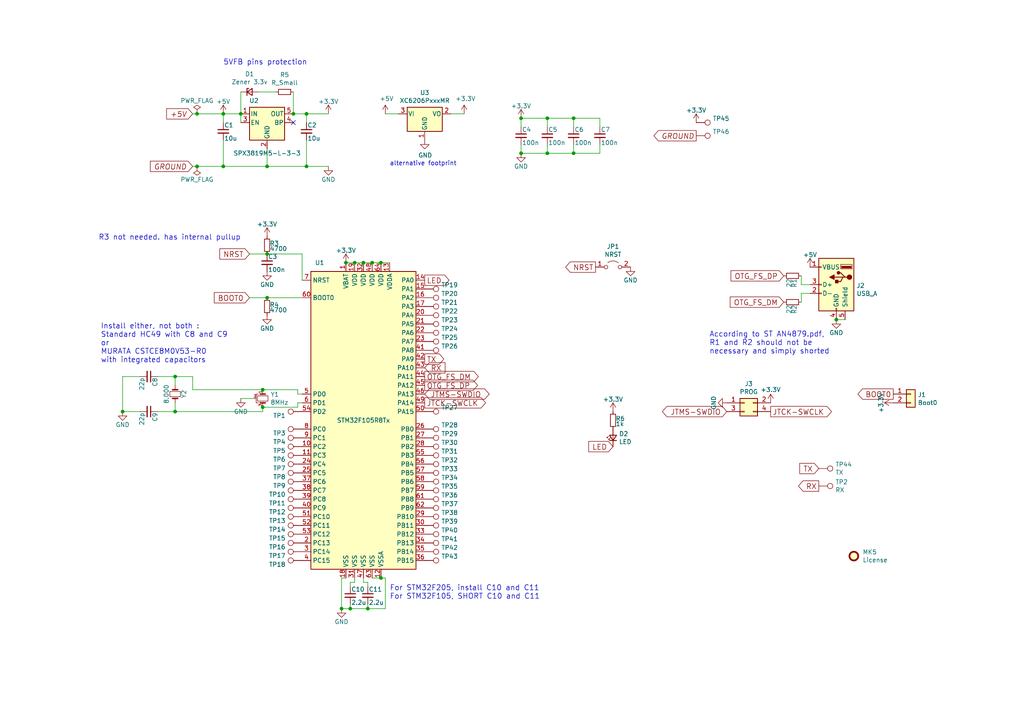
<source format=kicad_sch>
(kicad_sch (version 20211123) (generator eeschema)
  (paper "A4")
  (title_block (title "USB Amiga Keyboard adapter") (date "2019-12-20") (rev "0.1") (company "FLACO 2019, licence of this schematic is CC-BY-NC-SA") (comment 1 "Connect a USB keyboard to an internal or external amiga keyboard connector") (comment 2 "Support for A500 reset signal, KCLK reset, and reset warning") (comment 4 "Warning : no electrical protection. Change connections while powered off and beware of ESD"))
  (lib_symbols
    (symbol "Connector:TestPoint" (pin_numbers hide) (pin_names (offset 0.762) hide)
      (property "Reference" "TP" (at 0 6.858 0))
      (property "Value" "TestPoint" (at 0 5.08 0))
      (symbol "TestPoint_0_1"
        (circle (center 0 3.302) (radius 0.762))
      )
      (symbol "TestPoint_1_1"
        (pin passive line (at 0 0 90) (length 2.54) (name "1") (number "1"))
      )
    )
    (symbol "Connector:USB_A" (pin_names (offset 1.016))
      (property "Reference" "J" (at -5.08 11.43 0))
      (property "Value" "USB_A" (at -5.08 8.89 0))
      (symbol "USB_A_0_1"
        (rectangle (start -5.08 -7.62) (end 5.08 7.62) (stroke (width 0.254)) (fill (type background)))
        (circle (center -3.81 2.159) (radius 0.635) (stroke (width 0.254)) (fill (type outline)))
        (rectangle (start -1.524 4.826) (end -4.318 5.334) (fill (type outline)))
        (rectangle (start -1.27 4.572) (end -4.572 5.842))
        (circle (center -0.635 3.429) (radius 0.381) (stroke (width 0.254)) (fill (type outline)))
        (rectangle (start -0.127 -7.62) (end 0.127 -6.858))
        (polyline (pts (xy -3.175 2.159) (xy -2.54 2.159) (xy -1.27 3.429) (xy -0.635 3.429)) (stroke (width 0.254)))
        (polyline (pts (xy -2.54 2.159) (xy -1.905 2.159) (xy -1.27 0.889) (xy 0 0.889)) (stroke (width 0.254)))
        (polyline (pts (xy 0.635 2.794) (xy 0.635 1.524) (xy 1.905 2.159) (xy 0.635 2.794)) (stroke (width 0.254)) (fill (type outline)))
        (rectangle (start 0.254 1.27) (end -0.508 0.508) (stroke (width 0.254)) (fill (type outline)))
        (rectangle (start 5.08 -2.667) (end 4.318 -2.413))
        (rectangle (start 5.08 -0.127) (end 4.318 0.127))
        (rectangle (start 5.08 4.953) (end 4.318 5.207))
      )
      (symbol "USB_A_1_1"
        (polyline (pts (xy -1.905 2.159) (xy 0.635 2.159)) (stroke (width 0.254)))
        (pin power_in line (at 7.62 5.08 180) (length 2.54) (name "VBUS") (number "1"))
        (pin bidirectional line (at 7.62 -2.54 180) (length 2.54) (name "D-") (number "2"))
        (pin bidirectional line (at 7.62 0 180) (length 2.54) (name "D+") (number "3"))
        (pin power_in line (at 0 -10.16 90) (length 2.54) (name "GND") (number "4"))
        (pin passive line (at -2.54 -10.16 90) (length 2.54) (name "Shield") (number "5"))
      )
    )
    (symbol "Connector_Generic:Conn_01x02" (pin_names (offset 1.016) hide)
      (property "Reference" "J" (at 0 2.54 0))
      (property "Value" "Conn_01x02" (at 0 -5.08 0))
      (symbol "Conn_01x02_1_1"
        (rectangle (start -1.27 -2.413) (end 0 -2.667) (stroke (width 0.1524)))
        (rectangle (start -1.27 0.127) (end 0 -0.127) (stroke (width 0.1524)))
        (rectangle (start -1.27 1.27) (end 1.27 -3.81) (stroke (width 0.254)) (fill (type background)))
        (pin passive line (at -5.08 0 0) (length 3.81) (name "Pin_1") (number "1"))
        (pin passive line (at -5.08 -2.54 0) (length 3.81) (name "Pin_2") (number "2"))
      )
    )
    (symbol "Connector_Generic:Conn_02x02_Odd_Even" (pin_names (offset 1.016) hide)
      (property "Reference" "J" (at 1.27 2.54 0))
      (property "Value" "Conn_02x02_Odd_Even" (at 1.27 -5.08 0))
      (symbol "Conn_02x02_Odd_Even_1_1"
        (rectangle (start -1.27 -2.413) (end 0 -2.667) (stroke (width 0.1524)))
        (rectangle (start -1.27 0.127) (end 0 -0.127) (stroke (width 0.1524)))
        (rectangle (start -1.27 1.27) (end 3.81 -3.81) (stroke (width 0.254)) (fill (type background)))
        (rectangle (start 3.81 -2.413) (end 2.54 -2.667) (stroke (width 0.1524)))
        (rectangle (start 3.81 0.127) (end 2.54 -0.127) (stroke (width 0.1524)))
        (pin passive line (at -5.08 0 0) (length 3.81) (name "Pin_1") (number "1"))
        (pin passive line (at 7.62 0 180) (length 3.81) (name "Pin_2") (number "2"))
        (pin passive line (at -5.08 -2.54 0) (length 3.81) (name "Pin_3") (number "3"))
        (pin passive line (at 7.62 -2.54 180) (length 3.81) (name "Pin_4") (number "4"))
      )
    )
    (symbol "Device:C_Small" (pin_numbers hide) (pin_names (offset 0.254) hide)
      (property "Reference" "C" (at 0.254 1.778 0))
      (property "Value" "C_Small" (at 0.254 -2.032 0))
      (symbol "C_Small_0_1"
        (polyline (pts (xy -1.524 -0.508) (xy 1.524 -0.508)) (stroke (width 0.3302)))
        (polyline (pts (xy -1.524 0.508) (xy 1.524 0.508)) (stroke (width 0.3048)))
      )
      (symbol "C_Small_1_1"
        (pin passive line (at 0 2.54 270) (length 2.032) (name "~") (number "1"))
        (pin passive line (at 0 -2.54 90) (length 2.032) (name "~") (number "2"))
      )
    )
    (symbol "Device:Crystal_GND2_Small" (pin_names (offset 1.016) hide)
      (property "Reference" "Y" (at 0 5.08 0))
      (property "Value" "Crystal_GND2_Small" (at 0 3.175 0))
      (symbol "Crystal_GND2_Small_0_1"
        (rectangle (start -0.762 -1.524) (end 0.762 1.524))
        (polyline (pts (xy -1.27 -0.762) (xy -1.27 0.762)) (stroke (width 0.381)))
        (polyline (pts (xy 1.27 -0.762) (xy 1.27 0.762)) (stroke (width 0.381)))
        (polyline (pts (xy -1.27 -1.27) (xy -1.27 -1.905) (xy 1.27 -1.905) (xy 1.27 -1.27)))
      )
      (symbol "Crystal_GND2_Small_1_1"
        (pin passive line (at -2.54 0 0) (length 1.27) (name "1") (number "1"))
        (pin passive line (at 0 -2.54 90) (length 0.635) (name "2") (number "2"))
        (pin passive line (at 2.54 0 180) (length 1.27) (name "3") (number "3"))
      )
    )
    (symbol "Device:Crystal_Small" (pin_numbers hide) (pin_names (offset 1.016) hide)
      (property "Reference" "Y" (at 0 2.54 0))
      (property "Value" "Crystal_Small" (at 0 -2.54 0))
      (symbol "Crystal_Small_0_1"
        (rectangle (start -0.762 -1.524) (end 0.762 1.524))
        (polyline (pts (xy -1.27 -0.762) (xy -1.27 0.762)) (stroke (width 0.381)))
        (polyline (pts (xy 1.27 -0.762) (xy 1.27 0.762)) (stroke (width 0.381)))
      )
      (symbol "Crystal_Small_1_1"
        (pin passive line (at -2.54 0 0) (length 1.27) (name "1") (number "1"))
        (pin passive line (at 2.54 0 180) (length 1.27) (name "2") (number "2"))
      )
    )
    (symbol "Device:D_Zener_Small" (pin_numbers hide) (pin_names (offset 0.254) hide)
      (property "Reference" "D" (at 0 2.286 0))
      (property "Value" "D_Zener_Small" (at 0 -2.286 0))
      (symbol "D_Zener_Small_0_1"
        (polyline (pts (xy 0.762 0) (xy -0.762 0)))
        (polyline (pts (xy -0.254 1.016) (xy -0.762 1.016) (xy -0.762 -1.016)) (stroke (width 0.254)))
        (polyline (pts (xy 0.762 1.016) (xy -0.762 0) (xy 0.762 -1.016) (xy 0.762 1.016)) (stroke (width 0.254)))
      )
      (symbol "D_Zener_Small_1_1"
        (pin passive line (at -2.54 0 0) (length 1.778) (name "K") (number "1"))
        (pin passive line (at 2.54 0 180) (length 1.778) (name "A") (number "2"))
      )
    )
    (symbol "Device:LED_Small" (pin_numbers hide) (pin_names (offset 0.254) hide)
      (property "Reference" "D" (at -1.27 3.175 0))
      (property "Value" "LED_Small" (at -4.445 -2.54 0))
      (symbol "LED_Small_0_1"
        (polyline (pts (xy -0.762 -1.016) (xy -0.762 1.016)) (stroke (width 0.254)))
        (polyline (pts (xy 1.016 0) (xy -0.762 0)))
        (polyline (pts (xy 0.762 -1.016) (xy -0.762 0) (xy 0.762 1.016) (xy 0.762 -1.016)) (stroke (width 0.254)))
        (polyline (pts (xy 0 0.762) (xy -0.508 1.27) (xy -0.254 1.27) (xy -0.508 1.27) (xy -0.508 1.016)))
        (polyline (pts (xy 0.508 1.27) (xy 0 1.778) (xy 0.254 1.778) (xy 0 1.778) (xy 0 1.524)))
      )
      (symbol "LED_Small_1_1"
        (pin passive line (at -2.54 0 0) (length 1.778) (name "K") (number "1"))
        (pin passive line (at 2.54 0 180) (length 1.778) (name "A") (number "2"))
      )
    )
    (symbol "Device:R_Small" (pin_numbers hide) (pin_names (offset 0.254) hide)
      (property "Reference" "R" (at 0.762 0.508 0))
      (property "Value" "R_Small" (at 0.762 -1.016 0))
      (symbol "R_Small_0_1"
        (rectangle (start -0.762 1.778) (end 0.762 -1.778) (stroke (width 0.2032)))
      )
      (symbol "R_Small_1_1"
        (pin passive line (at 0 2.54 270) (length 0.762) (name "~") (number "1"))
        (pin passive line (at 0 -2.54 90) (length 0.762) (name "~") (number "2"))
      )
    )
    (symbol "Jumper:Jumper_2_Open" (pin_names (offset 0) hide)
      (property "Reference" "JP" (at 0 2.794 0))
      (property "Value" "Jumper_2_Open" (at 0 -2.286 0))
      (symbol "Jumper_2_Open_0_0"
        (circle (center -2.032 0) (radius 0.508))
        (circle (center 2.032 0) (radius 0.508))
      )
      (symbol "Jumper_2_Open_0_1"
        (arc (start 1.524 1.27) (mid 0 1.778) (end -1.524 1.27))
      )
      (symbol "Jumper_2_Open_1_1"
        (pin passive line (at -5.08 0 0) (length 2.54) (name "A") (number "1"))
        (pin passive line (at 5.08 0 180) (length 2.54) (name "B") (number "2"))
      )
    )
    (symbol "MCU_ST_STM32F1:STM32F105R8Tx"
      (property "Reference" "U" (at -15.24 44.45 0))
      (property "Value" "STM32F105R8Tx" (at 10.16 44.45 0))
      (symbol "STM32F105R8Tx_0_1"
        (rectangle (start -15.24 -43.18) (end 15.24 43.18) (stroke (width 0.254)) (fill (type background)))
      )
      (symbol "STM32F105R8Tx_1_1"
        (pin power_in line (at -5.08 45.72 270) (length 2.54) (name "VBAT") (number "1"))
        (pin bidirectional line (at -17.78 -7.62 0) (length 2.54) (name "PC2") (number "10"))
        (pin bidirectional line (at -17.78 -10.16 0) (length 2.54) (name "PC3") (number "11"))
        (pin power_in line (at 5.08 -45.72 90) (length 2.54) (name "VSSA") (number "12"))
        (pin power_in line (at 7.62 45.72 270) (length 2.54) (name "VDDA") (number "13"))
        (pin bidirectional line (at 17.78 40.64 180) (length 2.54) (name "PA0") (number "14"))
        (pin bidirectional line (at 17.78 38.1 180) (length 2.54) (name "PA1") (number "15"))
        (pin bidirectional line (at 17.78 35.56 180) (length 2.54) (name "PA2") (number "16"))
        (pin bidirectional line (at 17.78 33.02 180) (length 2.54) (name "PA3") (number "17"))
        (pin power_in line (at -5.08 -45.72 90) (length 2.54) (name "VSS") (number "18"))
        (pin power_in line (at -2.54 45.72 270) (length 2.54) (name "VDD") (number "19"))
        (pin bidirectional line (at -17.78 -35.56 0) (length 2.54) (name "PC13") (number "2"))
        (pin bidirectional line (at 17.78 30.48 180) (length 2.54) (name "PA4") (number "20"))
        (pin bidirectional line (at 17.78 27.94 180) (length 2.54) (name "PA5") (number "21"))
        (pin bidirectional line (at 17.78 25.4 180) (length 2.54) (name "PA6") (number "22"))
        (pin bidirectional line (at 17.78 22.86 180) (length 2.54) (name "PA7") (number "23"))
        (pin bidirectional line (at -17.78 -12.7 0) (length 2.54) (name "PC4") (number "24"))
        (pin bidirectional line (at -17.78 -15.24 0) (length 2.54) (name "PC5") (number "25"))
        (pin bidirectional line (at 17.78 -2.54 180) (length 2.54) (name "PB0") (number "26"))
        (pin bidirectional line (at 17.78 -5.08 180) (length 2.54) (name "PB1") (number "27"))
        (pin bidirectional line (at 17.78 -7.62 180) (length 2.54) (name "PB2") (number "28"))
        (pin bidirectional line (at 17.78 -27.94 180) (length 2.54) (name "PB10") (number "29"))
        (pin bidirectional line (at -17.78 -38.1 0) (length 2.54) (name "PC14") (number "3"))
        (pin bidirectional line (at 17.78 -30.48 180) (length 2.54) (name "PB11") (number "30"))
        (pin power_in line (at -2.54 -45.72 90) (length 2.54) (name "VSS") (number "31"))
        (pin power_in line (at 0 45.72 270) (length 2.54) (name "VDD") (number "32"))
        (pin bidirectional line (at 17.78 -33.02 180) (length 2.54) (name "PB12") (number "33"))
        (pin bidirectional line (at 17.78 -35.56 180) (length 2.54) (name "PB13") (number "34"))
        (pin bidirectional line (at 17.78 -38.1 180) (length 2.54) (name "PB14") (number "35"))
        (pin bidirectional line (at 17.78 -40.64 180) (length 2.54) (name "PB15") (number "36"))
        (pin bidirectional line (at -17.78 -17.78 0) (length 2.54) (name "PC6") (number "37"))
        (pin bidirectional line (at -17.78 -20.32 0) (length 2.54) (name "PC7") (number "38"))
        (pin bidirectional line (at -17.78 -22.86 0) (length 2.54) (name "PC8") (number "39"))
        (pin bidirectional line (at -17.78 -40.64 0) (length 2.54) (name "PC15") (number "4"))
        (pin bidirectional line (at -17.78 -25.4 0) (length 2.54) (name "PC9") (number "40"))
        (pin bidirectional line (at 17.78 20.32 180) (length 2.54) (name "PA8") (number "41"))
        (pin bidirectional line (at 17.78 17.78 180) (length 2.54) (name "PA9") (number "42"))
        (pin bidirectional line (at 17.78 15.24 180) (length 2.54) (name "PA10") (number "43"))
        (pin bidirectional line (at 17.78 12.7 180) (length 2.54) (name "PA11") (number "44"))
        (pin bidirectional line (at 17.78 10.16 180) (length 2.54) (name "PA12") (number "45"))
        (pin bidirectional line (at 17.78 7.62 180) (length 2.54) (name "PA13") (number "46"))
        (pin power_in line (at 0 -45.72 90) (length 2.54) (name "VSS") (number "47"))
        (pin power_in line (at 2.54 45.72 270) (length 2.54) (name "VDD") (number "48"))
        (pin bidirectional line (at 17.78 5.08 180) (length 2.54) (name "PA14") (number "49"))
        (pin input line (at -17.78 7.62 0) (length 2.54) (name "PD0") (number "5"))
        (pin bidirectional line (at 17.78 2.54 180) (length 2.54) (name "PA15") (number "50"))
        (pin bidirectional line (at -17.78 -27.94 0) (length 2.54) (name "PC10") (number "51"))
        (pin bidirectional line (at -17.78 -30.48 0) (length 2.54) (name "PC11") (number "52"))
        (pin bidirectional line (at -17.78 -33.02 0) (length 2.54) (name "PC12") (number "53"))
        (pin bidirectional line (at -17.78 2.54 0) (length 2.54) (name "PD2") (number "54"))
        (pin bidirectional line (at 17.78 -10.16 180) (length 2.54) (name "PB3") (number "55"))
        (pin bidirectional line (at 17.78 -12.7 180) (length 2.54) (name "PB4") (number "56"))
        (pin bidirectional line (at 17.78 -15.24 180) (length 2.54) (name "PB5") (number "57"))
        (pin bidirectional line (at 17.78 -17.78 180) (length 2.54) (name "PB6") (number "58"))
        (pin bidirectional line (at 17.78 -20.32 180) (length 2.54) (name "PB7") (number "59"))
        (pin input line (at -17.78 5.08 0) (length 2.54) (name "PD1") (number "6"))
        (pin input line (at -17.78 35.56 0) (length 2.54) (name "BOOT0") (number "60"))
        (pin bidirectional line (at 17.78 -22.86 180) (length 2.54) (name "PB8") (number "61"))
        (pin bidirectional line (at 17.78 -25.4 180) (length 2.54) (name "PB9") (number "62"))
        (pin power_in line (at 2.54 -45.72 90) (length 2.54) (name "VSS") (number "63"))
        (pin power_in line (at 5.08 45.72 270) (length 2.54) (name "VDD") (number "64"))
        (pin input line (at -17.78 40.64 0) (length 2.54) (name "NRST") (number "7"))
        (pin bidirectional line (at -17.78 -2.54 0) (length 2.54) (name "PC0") (number "8"))
        (pin bidirectional line (at -17.78 -5.08 0) (length 2.54) (name "PC1") (number "9"))
      )
    )
    (symbol "Mechanical:Fiducial"
      (property "Reference" "FID" (at 0 5.08 0))
      (property "Value" "Fiducial" (at 0 3.175 0))
      (symbol "Fiducial_0_1"
        (circle (center 0 0) (radius 1.27) (stroke (width 0.508)) (fill (type background)))
      )
    )
    (symbol "Regulator_Linear:SPX3819M5-L-3-3" (pin_names (offset 0.254))
      (property "Reference" "U" (at -3.81 5.715 0))
      (property "Value" "SPX3819M5-L-3-3" (at 0 5.715 0))
      (symbol "SPX3819M5-L-3-3_0_1"
        (rectangle (start -5.08 4.445) (end 5.08 -5.08) (stroke (width 0.254)) (fill (type background)))
      )
      (symbol "SPX3819M5-L-3-3_1_1"
        (pin power_in line (at -7.62 2.54 0) (length 2.54) (name "IN") (number "1"))
        (pin power_in line (at 0 -7.62 90) (length 2.54) (name "GND") (number "2"))
        (pin input line (at -7.62 0 0) (length 2.54) (name "EN") (number "3"))
        (pin input line (at 7.62 0 180) (length 2.54) (name "BP") (number "4"))
        (pin power_out line (at 7.62 2.54 180) (length 2.54) (name "OUT") (number "5"))
      )
    )
    (symbol "Regulator_Linear:XC6206PxxxMR" (pin_names (offset 0.254))
      (property "Reference" "U" (at -3.81 3.175 0))
      (property "Value" "XC6206PxxxMR" (at 0 3.175 0))
      (symbol "XC6206PxxxMR_0_1"
        (rectangle (start -5.08 1.905) (end 5.08 -5.08) (stroke (width 0.254)) (fill (type background)))
      )
      (symbol "XC6206PxxxMR_1_1"
        (pin power_in line (at 0 -7.62 90) (length 2.54) (name "GND") (number "1"))
        (pin power_out line (at 7.62 0 180) (length 2.54) (name "VO") (number "2"))
        (pin power_in line (at -7.62 0 0) (length 2.54) (name "VI") (number "3"))
      )
    )
    (symbol "power:+3.3V" (power) (pin_names (offset 0))
      (property "Value" "+3.3V" (at 0 3.556 0))
      (symbol "+3.3V_0_1"
        (polyline (pts (xy -0.762 1.27) (xy 0 2.54)))
        (polyline (pts (xy 0 0) (xy 0 2.54)))
        (polyline (pts (xy 0 2.54) (xy 0.762 1.27)))
      )
      (symbol "+3.3V_1_1"
        (pin power_in line (at 0 0 90) (length 0) hide (name "+3.3V") (number "1"))
      )
    )
    (symbol "power:+5V" (power) (pin_names (offset 0))
      (property "Value" "+5V" (at 0 3.556 0))
      (symbol "+5V_0_1"
        (polyline (pts (xy -0.762 1.27) (xy 0 2.54)))
        (polyline (pts (xy 0 0) (xy 0 2.54)))
        (polyline (pts (xy 0 2.54) (xy 0.762 1.27)))
      )
      (symbol "+5V_1_1"
        (pin power_in line (at 0 0 90) (length 0) hide (name "+5V") (number "1"))
      )
    )
    (symbol "power:GND" (power) (pin_names (offset 0))
      (property "Value" "GND" (at 0 -3.81 0))
      (symbol "GND_0_1"
        (polyline (pts (xy 0 0) (xy 0 -1.27) (xy 1.27 -1.27) (xy 0 -2.54) (xy -1.27 -1.27) (xy 0 -1.27)))
      )
      (symbol "GND_1_1"
        (pin power_in line (at 0 0 270) (length 0) hide (name "GND") (number "1"))
      )
    )
    (symbol "power:PWR_FLAG" (power) (pin_numbers hide) (pin_names (offset 0) hide)
      (property "Value" "PWR_FLAG" (at 0 3.81 0))
      (symbol "PWR_FLAG_0_0"
        (pin power_out line (at 0 0 90) (length 0) (name "pwr") (number "1"))
      )
      (symbol "PWR_FLAG_0_1"
        (polyline (pts (xy 0 0) (xy 0 1.27) (xy -1.016 1.905) (xy 0 2.54) (xy 1.016 1.905) (xy 0 1.27)))
      )
    )
  )
  (junction (at 85.09 33.02))
  (junction (at 64.77 33.02))
  (junction (at 158.75 34.29))
  (junction (at 166.37 44.45))
  (junction (at 242.57 92.71))
  (junction (at 88.9 48.26))
  (junction (at 100.33 76.2))
  (junction (at 69.85 33.02))
  (junction (at 102.87 76.2))
  (junction (at 99.06 176.53))
  (junction (at 77.47 73.66))
  (junction (at 57.15 48.26))
  (junction (at 76.2 113.03))
  (junction (at 77.47 48.26))
  (junction (at 76.2 118.11))
  (junction (at 110.49 76.2))
  (junction (at 101.6 176.53))
  (junction (at 35.56 119.38))
  (junction (at 110.49 167.64))
  (junction (at 50.8 109.22))
  (junction (at 151.13 34.29))
  (junction (at 50.8 119.38))
  (junction (at 151.13 44.45))
  (junction (at 158.75 44.45))
  (junction (at 166.37 34.29))
  (junction (at 77.47 86.36))
  (junction (at 88.9 33.02))
  (junction (at 106.68 176.53))
  (junction (at 107.95 76.2))
  (junction (at 57.15 33.02))
  (junction (at 105.41 76.2))
  (junction (at 64.77 48.26))
  (no_connect (at 85.09 35.56))
  (wire (pts (xy 100.33 76.2) (xy 102.87 76.2)))
  (wire (pts (xy 72.39 73.66) (xy 77.47 73.66)))
  (wire (pts (xy 99.06 167.64) (xy 99.06 176.53)))
  (wire (pts (xy 101.6 176.53) (xy 99.06 176.53)))
  (wire (pts (xy 35.56 119.38) (xy 40.64 119.38)))
  (wire (pts (xy 69.85 33.02) (xy 69.85 35.56)))
  (wire (pts (xy 55.88 113.03) (xy 76.2 113.03)))
  (wire (pts (xy 76.2 113.03) (xy 86.36 113.03)))
  (wire (pts (xy 86.36 114.3) (xy 87.63 114.3)))
  (wire (pts (xy 73.66 115.57) (xy 69.85 115.57)))
  (wire (pts (xy 76.2 118.11) (xy 86.36 118.11)))
  (wire (pts (xy 88.9 33.02) (xy 95.25 33.02)))
  (wire (pts (xy 111.76 33.02) (xy 115.57 33.02)))
  (wire (pts (xy 102.87 168.91) (xy 102.87 167.64)))
  (wire (pts (xy 88.9 48.26) (xy 95.25 48.26)))
  (wire (pts (xy 77.47 48.26) (xy 88.9 48.26)))
  (wire (pts (xy 151.13 34.29) (xy 158.75 34.29)))
  (wire (pts (xy 105.41 168.91) (xy 106.68 168.91)))
  (wire (pts (xy 57.15 33.02) (xy 55.88 33.02)))
  (wire (pts (xy 45.72 119.38) (xy 50.8 119.38)))
  (wire (pts (xy 85.09 26.67) (xy 85.09 33.02)))
  (wire (pts (xy 106.68 176.53) (xy 101.6 176.53)))
  (wire (pts (xy 57.15 33.02) (xy 64.77 33.02)))
  (wire (pts (xy 64.77 33.02) (xy 69.85 33.02)))
  (wire (pts (xy 151.13 44.45) (xy 158.75 44.45)))
  (wire (pts (xy 151.13 36.83) (xy 151.13 34.29)))
  (wire (pts (xy 85.09 33.02) (xy 88.9 33.02)))
  (wire (pts (xy 106.68 168.91) (xy 106.68 170.18)))
  (wire (pts (xy 166.37 44.45) (xy 173.99 44.45)))
  (wire (pts (xy 74.93 26.67) (xy 80.01 26.67)))
  (wire (pts (xy 245.11 92.71) (xy 242.57 92.71)))
  (wire (pts (xy 55.88 109.22) (xy 55.88 113.03)))
  (wire (pts (xy 57.15 48.26) (xy 55.88 48.26)))
  (wire (pts (xy 35.56 109.22) (xy 35.56 119.38)))
  (wire (pts (xy 72.39 86.36) (xy 77.47 86.36)))
  (wire (pts (xy 50.8 119.38) (xy 76.2 119.38)))
  (wire (pts (xy 100.33 167.64) (xy 99.06 167.64)))
  (wire (pts (xy 158.75 34.29) (xy 158.75 36.83)))
  (wire (pts (xy 101.6 170.18) (xy 101.6 168.91)))
  (wire (pts (xy 50.8 109.22) (xy 55.88 109.22)))
  (wire (pts (xy 173.99 44.45) (xy 173.99 41.91)))
  (wire (pts (xy 86.36 113.03) (xy 86.36 114.3)))
  (wire (pts (xy 88.9 35.56) (xy 88.9 33.02)))
  (wire (pts (xy 106.68 175.26) (xy 106.68 176.53)))
  (wire (pts (xy 76.2 119.38) (xy 76.2 118.11)))
  (wire (pts (xy 101.6 168.91) (xy 102.87 168.91)))
  (wire (pts (xy 64.77 48.26) (xy 64.77 40.64)))
  (wire (pts (xy 232.41 82.55) (xy 234.95 82.55)))
  (wire (pts (xy 232.41 85.09) (xy 234.95 85.09)))
  (wire (pts (xy 110.49 76.2) (xy 113.03 76.2)))
  (wire (pts (xy 158.75 44.45) (xy 166.37 44.45)))
  (wire (pts (xy 45.72 109.22) (xy 50.8 109.22)))
  (wire (pts (xy 57.15 48.26) (xy 64.77 48.26)))
  (wire (pts (xy 158.75 34.29) (xy 166.37 34.29)))
  (wire (pts (xy 86.36 116.84) (xy 87.63 116.84)))
  (wire (pts (xy 166.37 34.29) (xy 166.37 36.83)))
  (wire (pts (xy 40.64 109.22) (xy 35.56 109.22)))
  (wire (pts (xy 50.8 116.84) (xy 50.8 119.38)))
  (wire (pts (xy 111.76 167.64) (xy 111.76 176.53)))
  (wire (pts (xy 107.95 76.2) (xy 110.49 76.2)))
  (wire (pts (xy 64.77 33.02) (xy 64.77 35.56)))
  (wire (pts (xy 158.75 41.91) (xy 158.75 44.45)))
  (wire (pts (xy 101.6 175.26) (xy 101.6 176.53)))
  (wire (pts (xy 86.36 118.11) (xy 86.36 116.84)))
  (wire (pts (xy 77.47 86.36) (xy 87.63 86.36)))
  (wire (pts (xy 88.9 40.64) (xy 88.9 48.26)))
  (wire (pts (xy 87.63 73.66) (xy 87.63 81.28)))
  (wire (pts (xy 232.41 87.63) (xy 232.41 85.09)))
  (wire (pts (xy 166.37 44.45) (xy 166.37 41.91)))
  (wire (pts (xy 166.37 34.29) (xy 173.99 34.29)))
  (wire (pts (xy 102.87 76.2) (xy 105.41 76.2)))
  (wire (pts (xy 107.95 167.64) (xy 110.49 167.64)))
  (wire (pts (xy 232.41 80.01) (xy 232.41 82.55)))
  (wire (pts (xy 151.13 41.91) (xy 151.13 44.45)))
  (wire (pts (xy 111.76 176.53) (xy 106.68 176.53)))
  (wire (pts (xy 130.81 33.02) (xy 134.62 33.02)))
  (wire (pts (xy 173.99 34.29) (xy 173.99 36.83)))
  (wire (pts (xy 50.8 109.22) (xy 50.8 111.76)))
  (wire (pts (xy 105.41 167.64) (xy 105.41 168.91)))
  (wire (pts (xy 105.41 76.2) (xy 107.95 76.2)))
  (wire (pts (xy 77.47 43.18) (xy 77.47 48.26)))
  (wire (pts (xy 69.85 26.67) (xy 69.85 33.02)))
  (wire (pts (xy 77.47 73.66) (xy 87.63 73.66)))
  (wire (pts (xy 64.77 48.26) (xy 77.47 48.26)))
  (wire (pts (xy 110.49 167.64) (xy 111.76 167.64)))
  (text "5VFB pins protection" (at 64.77 19.05 0) (effects (font (size 1.524 1.524)) (justify left bottom)))
  (text "alternative footprint" (at 113.03 48.26 0) (effects (font (size 1.27 1.27)) (justify left bottom)))
  (text "R3 not needed. has internal pullup" (at 69.85 69.85 180) (effects (font (size 1.524 1.524)) (justify right bottom)))
  (text "According to ST AN4879.pdf,\nR1 and R2 should not be\nnecessary and simply shorted" (at 205.74 102.87 0) (effects (font (size 1.524 1.524)) (justify left bottom)))
  (text "For STM32F205, install C10 and C11\nFor STM32F105, SHORT C10 and C11" (at 113.03 173.99 0) (effects (font (size 1.524 1.524)) (justify left bottom)))
  (text "Install either, not both :\nStandard HC49 with C8 and C9\nor\nMURATA CSTCE8M0V53-R0\nwith integrated capacitors" (at 29.21 105.41 0) (effects (font (size 1.524 1.524)) (justify left bottom)))
  (global_label "BOOT0" (shape output) (at 259.08 114.3 180) (effects (font (size 1.524 1.524))) (property "Références Inter-Feuilles" "${INTERSHEET_REFS}" (effects hide)))
  (global_label "JTMS-SWDIO" (shape bidirectional) (at 123.19 114.3 0) (effects (font (size 1.524 1.524))) (property "Références Inter-Feuilles" "${INTERSHEET_REFS}" (effects hide)))
  (global_label "JTMS-SWDIO" (shape bidirectional) (at 210.82 119.38 180) (effects (font (size 1.524 1.524))) (property "Références Inter-Feuilles" "${INTERSHEET_REFS}" (effects hide)))
  (global_label "BOOT0" (shape input) (at 72.39 86.36 180) (effects (font (size 1.524 1.524))) (property "Références Inter-Feuilles" "${INTERSHEET_REFS}" (effects hide)))
  (global_label "TX" (shape output) (at 123.19 104.14 0) (effects (font (size 1.524 1.524))) (property "Références Inter-Feuilles" "${INTERSHEET_REFS}" (effects hide)))
  (global_label "OTG_FS_DP" (shape input) (at 227.33 80.01 180) (effects (font (size 1.524 1.524))) (property "Références Inter-Feuilles" "${INTERSHEET_REFS}" (effects hide)))
  (global_label "GROUND" (shape output) (at 201.93 39.37 180) (effects (font (size 1.524 1.524) italic)) (property "Références Inter-Feuilles" "${INTERSHEET_REFS}" (effects hide)))
  (global_label "OTG_FS_DM" (shape input) (at 227.33 87.63 180) (effects (font (size 1.524 1.524))) (property "Références Inter-Feuilles" "${INTERSHEET_REFS}" (effects hide)))
  (global_label "LED" (shape output) (at 123.19 81.28 0) (effects (font (size 1.524 1.524))) (property "Références Inter-Feuilles" "${INTERSHEET_REFS}" (effects hide)))
  (global_label "+5V" (shape input) (at 55.88 33.02 180) (effects (font (size 1.524 1.524) italic)) (property "Références Inter-Feuilles" "${INTERSHEET_REFS}" (effects hide)))
  (global_label "OTG_FS_DM" (shape output) (at 123.19 109.22 0) (effects (font (size 1.524 1.524))) (property "Références Inter-Feuilles" "${INTERSHEET_REFS}" (effects hide)))
  (global_label "TX" (shape input) (at 237.49 135.89 180) (effects (font (size 1.524 1.524))) (property "Références Inter-Feuilles" "${INTERSHEET_REFS}" (effects hide)))
  (global_label "JTCK-SWCLK" (shape output) (at 123.19 116.84 0) (effects (font (size 1.524 1.524))) (property "Références Inter-Feuilles" "${INTERSHEET_REFS}" (effects hide)))
  (global_label "RX" (shape input) (at 123.19 106.68 0) (effects (font (size 1.524 1.524))) (property "Références Inter-Feuilles" "${INTERSHEET_REFS}" (effects hide)))
  (global_label "NRST" (shape input) (at 72.39 73.66 180) (effects (font (size 1.524 1.524))) (property "Références Inter-Feuilles" "${INTERSHEET_REFS}" (effects hide)))
  (global_label "LED" (shape input) (at 177.8 129.54 180) (effects (font (size 1.524 1.524))) (property "Références Inter-Feuilles" "${INTERSHEET_REFS}" (effects hide)))
  (global_label "JTCK-SWCLK" (shape output) (at 223.52 119.38 0) (effects (font (size 1.524 1.524))) (property "Références Inter-Feuilles" "${INTERSHEET_REFS}" (effects hide)))
  (global_label "GROUND" (shape input) (at 55.88 48.26 180) (effects (font (size 1.524 1.524) italic)) (property "Références Inter-Feuilles" "${INTERSHEET_REFS}" (effects hide)))
  (global_label "NRST" (shape output) (at 172.72 77.47 180) (effects (font (size 1.524 1.524))) (property "Références Inter-Feuilles" "${INTERSHEET_REFS}" (effects hide)))
  (global_label "OTG_FS_DP" (shape output) (at 123.19 111.76 0) (effects (font (size 1.524 1.524))) (property "Références Inter-Feuilles" "${INTERSHEET_REFS}" (effects hide)))
  (global_label "RX" (shape output) (at 237.49 140.97 180) (effects (font (size 1.524 1.524))) (property "Références Inter-Feuilles" "${INTERSHEET_REFS}" (effects hide)))
  (symbol (lib_id "power:GND") (at 99.06 176.53 0) (unit 1)
    (property "Reference" "#PWR01" (effects hide))
    (property "Value" "GND" (at 99.06 180.34 0))
  )
  (symbol (lib_id "Device:C_Small") (at 173.99 39.37 0) (unit 1)
    (property "Reference" "C7" (at 174.244 37.592 0) (effects (justify left)))
    (property "Value" "100n" (at 174.244 41.402 0) (effects (justify left)))
    (property "Footprint" "Capacitor_SMD:C_0805_2012Metric" (effects hide))
  )
  (symbol (lib_id "Device:C_Small") (at 166.37 39.37 0) (unit 1)
    (property "Reference" "C6" (at 166.624 37.592 0) (effects (justify left)))
    (property "Value" "100n" (at 166.624 41.402 0) (effects (justify left)))
    (property "Footprint" "Capacitor_SMD:C_0805_2012Metric" (effects hide))
  )
  (symbol (lib_id "Device:C_Small") (at 158.75 39.37 0) (unit 1)
    (property "Reference" "C5" (at 159.004 37.592 0) (effects (justify left)))
    (property "Value" "100n" (at 159.004 41.402 0) (effects (justify left)))
    (property "Footprint" "Capacitor_SMD:C_0805_2012Metric" (effects hide))
  )
  (symbol (lib_id "Device:C_Small") (at 151.13 39.37 0) (unit 1)
    (property "Reference" "C4" (at 151.384 37.592 0) (effects (justify left)))
    (property "Value" "100n" (at 151.384 41.402 0) (effects (justify left)))
    (property "Footprint" "Capacitor_SMD:C_0805_2012Metric" (effects hide))
  )
  (symbol (lib_id "power:+3.3V") (at 100.33 76.2 0) (unit 1)
    (property "Reference" "#PWR02" (effects hide))
    (property "Value" "+3.3V" (at 100.33 72.644 0))
  )
  (symbol (lib_id "Device:Crystal_Small") (at 50.8 114.3 270) (unit 1)
    (property "Reference" "Y2" (at 53.34 114.3 0))
    (property "Value" "8.000" (at 48.26 114.3 0))
    (property "Footprint" "Crystal:Crystal_HC49-4H_Vertical" (effects hide))
  )
  (symbol (lib_id "Device:C_Small") (at 43.18 109.22 270) (unit 1)
    (property "Reference" "C8" (at 44.958 109.474 0) (effects (justify left)))
    (property "Value" "22p" (at 41.148 109.474 0) (effects (justify left)))
    (property "Footprint" "Capacitor_SMD:C_0805_2012Metric" (effects hide))
  )
  (symbol (lib_id "Device:C_Small") (at 43.18 119.38 270) (unit 1)
    (property "Reference" "C9" (at 44.958 119.634 0) (effects (justify left)))
    (property "Value" "22p" (at 41.148 119.634 0) (effects (justify left)))
    (property "Footprint" "Capacitor_SMD:C_0805_2012Metric" (effects hide))
  )
  (symbol (lib_id "power:GND") (at 35.56 119.38 0) (unit 1)
    (property "Reference" "#PWR03" (effects hide))
    (property "Value" "GND" (at 35.56 123.19 0))
  )
  (symbol (lib_id "Device:R_Small") (at 229.87 80.01 270) (unit 1)
    (property "Reference" "R1" (at 230.378 80.772 0) (effects (justify left)))
    (property "Value" "22" (at 228.854 80.772 0) (effects (justify left)))
    (property "Footprint" "Resistor_SMD:R_0805_2012Metric" (effects hide))
  )
  (symbol (lib_id "Device:R_Small") (at 229.87 87.63 270) (unit 1)
    (property "Reference" "R2" (at 230.378 88.392 0) (effects (justify left)))
    (property "Value" "22" (at 228.854 88.392 0) (effects (justify left)))
    (property "Footprint" "Resistor_SMD:R_0805_2012Metric" (effects hide))
  )
  (symbol (lib_id "Device:C_Small") (at 88.9 38.1 0) (unit 1)
    (property "Reference" "C2" (at 89.154 36.322 0) (effects (justify left)))
    (property "Value" "10u" (at 89.154 40.132 0) (effects (justify left)))
    (property "Footprint" "Capacitor_SMD:C_0805_2012Metric" (effects hide))
  )
  (symbol (lib_id "Device:C_Small") (at 64.77 38.1 0) (unit 1)
    (property "Reference" "C1" (at 65.024 36.322 0) (effects (justify left)))
    (property "Value" "10u" (at 65.024 40.132 0) (effects (justify left)))
    (property "Footprint" "Capacitor_SMD:C_0805_2012Metric" (effects hide))
  )
  (symbol (lib_id "power:GND") (at 95.25 48.26 0) (unit 1)
    (property "Reference" "#PWR014" (effects hide))
    (property "Value" "GND" (at 95.25 52.07 0))
  )
  (symbol (lib_id "power:+3.3V") (at 95.25 33.02 0) (unit 1)
    (property "Reference" "#PWR015" (effects hide))
    (property "Value" "+3.3V-power" (at 95.25 29.464 0))
  )
  (symbol (lib_id "power:+5V") (at 64.77 33.02 0) (unit 1)
    (property "Reference" "#PWR016" (effects hide))
    (property "Value" "+5V" (at 64.77 29.464 0))
  )
  (symbol (lib_id "power:PWR_FLAG") (at 57.15 33.02 0) (unit 1)
    (property "Reference" "#FLG017" (effects hide))
    (property "Value" "PWR_FLAG" (at 57.15 29.21 0))
  )
  (symbol (lib_id "power:PWR_FLAG") (at 57.15 48.26 180) (unit 1)
    (property "Reference" "#FLG018" (effects hide))
    (property "Value" "PWR_FLAG" (at 57.15 52.07 0))
  )
  (symbol (lib_id "power:GND") (at 77.47 78.74 0) (unit 1)
    (property "Reference" "#PWR011" (effects hide))
    (property "Value" "GND" (at 77.47 82.55 0))
  )
  (symbol (lib_id "Device:C_Small") (at 77.47 76.2 0) (unit 1)
    (property "Reference" "C3" (at 77.724 74.422 0) (effects (justify left)))
    (property "Value" "100n" (at 77.724 78.232 0) (effects (justify left)))
    (property "Footprint" "Capacitor_SMD:C_0805_2012Metric" (effects hide))
  )
  (symbol (lib_id "Device:R_Small") (at 77.47 71.12 0) (unit 1)
    (property "Reference" "R3" (at 78.232 70.612 0) (effects (justify left)))
    (property "Value" "4700" (at 78.232 72.136 0) (effects (justify left)))
    (property "Footprint" "Resistor_SMD:R_0805_2012Metric" (effects hide))
  )
  (symbol (lib_id "power:+3.3V") (at 77.47 68.58 0) (unit 1)
    (property "Reference" "#PWR012" (effects hide))
    (property "Value" "+3.3V" (at 77.47 65.024 0))
  )
  (symbol (lib_id "Device:R_Small") (at 77.47 88.9 0) (unit 1)
    (property "Reference" "R4" (at 78.232 88.392 0) (effects (justify left)))
    (property "Value" "4700" (at 78.232 89.916 0) (effects (justify left)))
    (property "Footprint" "Resistor_SMD:R_0805_2012Metric" (effects hide))
  )
  (symbol (lib_id "power:GND") (at 77.47 91.44 0) (unit 1)
    (property "Reference" "#PWR013" (effects hide))
    (property "Value" "GND" (at 77.47 95.25 0))
  )
  (symbol (lib_id "power:GND") (at 242.57 92.71 0) (unit 1)
    (property "Reference" "#PWR036" (effects hide))
    (property "Value" "GND" (at 242.57 96.52 0))
  )
  (symbol (lib_id "power:+5V") (at 234.95 77.47 0) (unit 1)
    (property "Reference" "#PWR037" (effects hide))
    (property "Value" "+5V" (at 234.95 73.914 0))
  )
  (symbol (lib_id "Device:R_Small") (at 177.8 121.92 0) (unit 1)
    (property "Reference" "R6" (at 178.562 121.412 0) (effects (justify left)))
    (property "Value" "1k" (at 178.562 122.936 0) (effects (justify left)))
    (property "Footprint" "Resistor_SMD:R_0805_2012Metric" (effects hide))
  )
  (symbol (lib_id "power:+3.3V") (at 177.8 119.38 0) (unit 1)
    (property "Reference" "#PWR0101" (effects hide))
    (property "Value" "+3.3V" (at 177.8 115.824 0))
  )
  (symbol (lib_id "Device:LED_Small") (at 177.8 127 90) (unit 1)
    (property "Reference" "D2" (at 179.5272 125.8316 90) (effects (justify right)))
    (property "Value" "LED" (at 179.5272 128.143 90) (effects (justify right)))
    (property "Footprint" "LED_SMD:LED_0805_2012Metric" (effects hide))
  )
  (symbol (lib_id "Mechanical:Fiducial") (at 247.65 161.29 0) (unit 1)
    (property "Reference" "MK5" (at 250.19 160.1216 0) (effects (justify left)))
    (property "Value" "License" (at 250.19 162.433 0) (effects (justify left)))
    (property "Footprint" "Sassa:CC_BY_NC_SA_square_silkscreen_4.8x4.8mm" (effects hide))
  )
  (symbol (lib_id "MCU_ST_STM32F1:STM32F105R8Tx") (at 105.41 121.92 0) (unit 1)
    (property "Reference" "U1" (at 92.71 76.2 0))
    (property "Value" "STM32F105R8Tx" (at 105.41 121.92 0))
    (property "Footprint" "Package_QFP:LQFP-64_10x10mm_P0.5mm" (effects hide))
    (property "Datasheet" "http://www.st.com/st-web-ui/static/active/en/resource/technical/document/datasheet/CD00220364.pdf" (effects hide))
  )
  (symbol (lib_id "Device:Crystal_GND2_Small") (at 76.2 115.57 270) (unit 1)
    (property "Reference" "Y1" (at 78.4352 114.4016 90) (effects (justify left)))
    (property "Value" "8MHz" (at 78.4352 116.713 90) (effects (justify left)))
    (property "Footprint" "Crystal:Resonator_SMD_Murata_CSTxExxV-3Pin_3.0x1.1mm" (effects hide))
  )
  (symbol (lib_id "power:GND") (at 69.85 115.57 0) (unit 1)
    (property "Reference" "#PWR0106" (effects hide))
    (property "Value" "GND" (at 69.85 119.38 0))
  )
  (symbol (lib_id "power:GND") (at 182.88 77.47 0) (unit 1)
    (property "Reference" "#PWR06" (effects hide))
    (property "Value" "GND" (at 182.88 81.28 0))
  )
  (symbol (lib_id "Jumper:Jumper_2_Open") (at 177.8 77.47 0) (unit 1)
    (property "Reference" "JP1" (at 177.8 71.501 0))
    (property "Value" "NRST" (at 177.8 73.8124 0))
    (property "Footprint" "Jumper:SolderJumper-2_P1.3mm_Open_RoundedPad1.0x1.5mm" (effects hide))
  )
  (symbol (lib_id "Device:C_Small") (at 101.6 172.72 0) (unit 1)
    (property "Reference" "C10" (at 101.854 170.942 0) (effects (justify left)))
    (property "Value" "2.2u" (at 101.854 174.752 0) (effects (justify left)))
    (property "Footprint" "Sassa:C_0805_2012Metric_shortable" (effects hide))
  )
  (symbol (lib_id "Device:C_Small") (at 106.68 172.72 0) (unit 1)
    (property "Reference" "C11" (at 106.934 170.942 0) (effects (justify left)))
    (property "Value" "2.2u" (at 106.934 174.752 0) (effects (justify left)))
    (property "Footprint" "Sassa:C_0805_2012Metric_shortable" (effects hide))
  )
  (symbol (lib_id "Device:R_Small") (at 82.55 26.67 270) (unit 1)
    (property "Reference" "R5" (at 82.55 21.6916 90))
    (property "Value" "R_Small" (at 82.55 24.003 90))
    (property "Footprint" "Resistor_SMD:R_0805_2012Metric" (effects hide))
  )
  (symbol (lib_id "Device:D_Zener_Small") (at 72.39 26.67 0) (unit 1)
    (property "Reference" "D1" (at 72.39 21.463 0))
    (property "Value" "Zener 3.3v" (at 72.39 23.7744 0))
    (property "Footprint" "Diode_SMD:D_MiniMELF" (effects hide))
  )
  (symbol (lib_id "Regulator_Linear:SPX3819M5-L-3-3") (at 77.47 35.56 0) (unit 1)
    (property "Reference" "U2" (at 73.66 29.21 0))
    (property "Value" "SPX3819M5-L-3-3" (at 77.47 44.45 0))
    (property "Footprint" "Package_TO_SOT_SMD:SOT-23-5" (effects hide))
    (property "Datasheet" "https://www.exar.com/content/document.ashx?id=22106&languageid=1033&type=Datasheet&partnumber=SPX3819&filename=SPX3819.pdf&part=SPX3819" (effects hide))
  )
  (symbol (lib_id "Connector:TestPoint") (at 123.19 83.82 270) (unit 1)
    (property "Reference" "TP19" (at 127.9652 82.6516 90) (effects (justify left)))
    (property "Value" "TP" (effects hide))
    (property "Footprint" "Sassa:Measurement_Point_Round-SMD-Pad_VerySmall" (effects hide))
  )
  (symbol (lib_id "Connector:TestPoint") (at 237.49 140.97 270) (unit 1)
    (property "Reference" "TP2" (at 242.2652 139.8016 90) (effects (justify left)))
    (property "Value" "RX" (at 242.2652 142.113 90) (effects (justify left)))
    (property "Footprint" "Sassa:Measurement_Point_Round-SMD-Pad_VerySmall" (effects hide))
  )
  (symbol (lib_id "Connector:USB_A") (at 242.57 82.55 0) (mirror y) (unit 1)
    (property "Reference" "J2" (at 248.412 82.8294 0) (effects (justify right)))
    (property "Value" "USB_A" (at 248.412 85.1408 0) (effects (justify right)))
    (property "Footprint" "Sassa:USB_A_female_THT_G54" (effects hide))
    (property "Datasheet" " ~" (effects hide))
  )
  (symbol (lib_id "power:GND") (at 210.82 116.84 270) (unit 1)
    (property "Reference" "#PWR0102" (effects hide))
    (property "Value" "GND" (at 207.01 116.84 0))
  )
  (symbol (lib_id "power:+3.3V") (at 223.52 116.84 0) (unit 1)
    (property "Reference" "#PWR0103" (effects hide))
    (property "Value" "+3.3V" (at 223.52 113.03 0))
  )
  (symbol (lib_id "power:+3.3V") (at 151.13 34.29 0) (unit 1)
    (property "Reference" "#PWR0104" (effects hide))
    (property "Value" "+3.3V" (at 151.13 30.734 0))
  )
  (symbol (lib_id "power:GND") (at 151.13 44.45 0) (unit 1)
    (property "Reference" "#PWR0105" (effects hide))
    (property "Value" "GND" (at 151.13 48.26 0))
  )
  (symbol (lib_id "Connector:TestPoint") (at 123.19 86.36 270) (unit 1)
    (property "Reference" "TP20" (at 127.9652 85.1916 90) (effects (justify left)))
    (property "Value" "TP" (effects hide))
    (property "Footprint" "Sassa:Measurement_Point_Round-SMD-Pad_VerySmall" (effects hide))
  )
  (symbol (lib_id "Connector:TestPoint") (at 123.19 88.9 270) (unit 1)
    (property "Reference" "TP21" (at 127.9652 87.7316 90) (effects (justify left)))
    (property "Value" "TP" (effects hide))
    (property "Footprint" "Sassa:Measurement_Point_Round-SMD-Pad_VerySmall" (effects hide))
  )
  (symbol (lib_id "Connector:TestPoint") (at 123.19 91.44 270) (unit 1)
    (property "Reference" "TP22" (at 127.9652 90.2716 90) (effects (justify left)))
    (property "Value" "TP" (effects hide))
    (property "Footprint" "Sassa:Measurement_Point_Round-SMD-Pad_VerySmall" (effects hide))
  )
  (symbol (lib_id "Connector:TestPoint") (at 123.19 93.98 270) (unit 1)
    (property "Reference" "TP23" (at 127.9652 92.8116 90) (effects (justify left)))
    (property "Value" "TP" (effects hide))
    (property "Footprint" "Sassa:Measurement_Point_Round-SMD-Pad_VerySmall" (effects hide))
  )
  (symbol (lib_id "Connector:TestPoint") (at 123.19 96.52 270) (unit 1)
    (property "Reference" "TP24" (at 127.9652 95.3516 90) (effects (justify left)))
    (property "Value" "TP" (effects hide))
    (property "Footprint" "Sassa:Measurement_Point_Round-SMD-Pad_VerySmall" (effects hide))
  )
  (symbol (lib_id "Connector:TestPoint") (at 123.19 99.06 270) (unit 1)
    (property "Reference" "TP25" (at 127.9652 97.8916 90) (effects (justify left)))
    (property "Value" "TP" (effects hide))
    (property "Footprint" "Sassa:Measurement_Point_Round-SMD-Pad_VerySmall" (effects hide))
  )
  (symbol (lib_id "Connector:TestPoint") (at 123.19 101.6 270) (unit 1)
    (property "Reference" "TP26" (at 127.9652 100.4316 90) (effects (justify left)))
    (property "Value" "TP" (effects hide))
    (property "Footprint" "Sassa:Measurement_Point_Round-SMD-Pad_VerySmall" (effects hide))
  )
  (symbol (lib_id "Connector:TestPoint") (at 123.19 119.38 270) (unit 1)
    (property "Reference" "TP27" (at 127.9652 118.2116 90) (effects (justify left)))
    (property "Value" "TP" (effects hide))
    (property "Footprint" "Sassa:Measurement_Point_Round-SMD-Pad_VerySmall" (effects hide))
  )
  (symbol (lib_id "Connector:TestPoint") (at 123.19 124.46 270) (unit 1)
    (property "Reference" "TP28" (at 127.9652 123.2916 90) (effects (justify left)))
    (property "Value" "TP" (effects hide))
    (property "Footprint" "Sassa:Measurement_Point_Round-SMD-Pad_VerySmall" (effects hide))
  )
  (symbol (lib_id "Connector:TestPoint") (at 123.19 127 270) (unit 1)
    (property "Reference" "TP29" (at 127.9652 125.8316 90) (effects (justify left)))
    (property "Value" "TP" (effects hide))
    (property "Footprint" "Sassa:Measurement_Point_Round-SMD-Pad_VerySmall" (effects hide))
  )
  (symbol (lib_id "Connector:TestPoint") (at 123.19 129.54 270) (unit 1)
    (property "Reference" "TP30" (at 127.9652 128.3716 90) (effects (justify left)))
    (property "Value" "TP" (effects hide))
    (property "Footprint" "Sassa:Measurement_Point_Round-SMD-Pad_VerySmall" (effects hide))
  )
  (symbol (lib_id "Connector:TestPoint") (at 123.19 132.08 270) (unit 1)
    (property "Reference" "TP31" (at 127.9652 130.9116 90) (effects (justify left)))
    (property "Value" "TP" (effects hide))
    (property "Footprint" "Sassa:Measurement_Point_Round-SMD-Pad_VerySmall" (effects hide))
  )
  (symbol (lib_id "Connector:TestPoint") (at 123.19 134.62 270) (unit 1)
    (property "Reference" "TP32" (at 127.9652 133.4516 90) (effects (justify left)))
    (property "Value" "TP" (effects hide))
    (property "Footprint" "Sassa:Measurement_Point_Round-SMD-Pad_VerySmall" (effects hide))
  )
  (symbol (lib_id "Connector:TestPoint") (at 123.19 137.16 270) (unit 1)
    (property "Reference" "TP33" (at 127.9652 135.9916 90) (effects (justify left)))
    (property "Value" "TP" (effects hide))
    (property "Footprint" "Sassa:Measurement_Point_Round-SMD-Pad_VerySmall" (effects hide))
  )
  (symbol (lib_id "Connector:TestPoint") (at 123.19 139.7 270) (unit 1)
    (property "Reference" "TP34" (at 127.9652 138.5316 90) (effects (justify left)))
    (property "Value" "TP" (effects hide))
    (property "Footprint" "Sassa:Measurement_Point_Round-SMD-Pad_VerySmall" (effects hide))
  )
  (symbol (lib_id "Connector:TestPoint") (at 123.19 142.24 270) (unit 1)
    (property "Reference" "TP35" (at 127.9652 141.0716 90) (effects (justify left)))
    (property "Value" "TP" (effects hide))
    (property "Footprint" "Sassa:Measurement_Point_Round-SMD-Pad_VerySmall" (effects hide))
  )
  (symbol (lib_id "Connector:TestPoint") (at 123.19 144.78 270) (unit 1)
    (property "Reference" "TP36" (at 127.9652 143.6116 90) (effects (justify left)))
    (property "Value" "TP" (effects hide))
    (property "Footprint" "Sassa:Measurement_Point_Round-SMD-Pad_VerySmall" (effects hide))
  )
  (symbol (lib_id "Connector:TestPoint") (at 123.19 147.32 270) (unit 1)
    (property "Reference" "TP37" (at 127.9652 146.1516 90) (effects (justify left)))
    (property "Value" "TP" (effects hide))
    (property "Footprint" "Sassa:Measurement_Point_Round-SMD-Pad_VerySmall" (effects hide))
  )
  (symbol (lib_id "Connector:TestPoint") (at 123.19 149.86 270) (unit 1)
    (property "Reference" "TP38" (at 127.9652 148.6916 90) (effects (justify left)))
    (property "Value" "TP" (effects hide))
    (property "Footprint" "Sassa:Measurement_Point_Round-SMD-Pad_VerySmall" (effects hide))
  )
  (symbol (lib_id "Connector:TestPoint") (at 123.19 152.4 270) (unit 1)
    (property "Reference" "TP39" (at 127.9652 151.2316 90) (effects (justify left)))
    (property "Value" "TP" (effects hide))
    (property "Footprint" "Sassa:Measurement_Point_Round-SMD-Pad_VerySmall" (effects hide))
  )
  (symbol (lib_id "Connector:TestPoint") (at 123.19 154.94 270) (unit 1)
    (property "Reference" "TP40" (at 127.9652 153.7716 90) (effects (justify left)))
    (property "Value" "TP" (effects hide))
    (property "Footprint" "Sassa:Measurement_Point_Round-SMD-Pad_VerySmall" (effects hide))
  )
  (symbol (lib_id "Connector:TestPoint") (at 123.19 157.48 270) (unit 1)
    (property "Reference" "TP41" (at 127.9652 156.3116 90) (effects (justify left)))
    (property "Value" "TP" (effects hide))
    (property "Footprint" "Sassa:Measurement_Point_Round-SMD-Pad_VerySmall" (effects hide))
  )
  (symbol (lib_id "Connector:TestPoint") (at 123.19 160.02 270) (unit 1)
    (property "Reference" "TP42" (at 127.9652 158.8516 90) (effects (justify left)))
    (property "Value" "TP" (effects hide))
    (property "Footprint" "Sassa:Measurement_Point_Round-SMD-Pad_VerySmall" (effects hide))
  )
  (symbol (lib_id "Connector:TestPoint") (at 123.19 162.56 270) (unit 1)
    (property "Reference" "TP43" (at 127.9652 161.3916 90) (effects (justify left)))
    (property "Value" "TP" (effects hide))
    (property "Footprint" "Sassa:Measurement_Point_Round-SMD-Pad_VerySmall" (effects hide))
  )
  (symbol (lib_id "Connector:TestPoint") (at 87.63 162.56 90) (unit 1)
    (property "Reference" "TP18" (at 82.8548 163.7284 90) (effects (justify left)))
    (property "Value" "TP" (effects hide))
    (property "Footprint" "Sassa:Measurement_Point_Round-SMD-Pad_VerySmall" (effects hide))
  )
  (symbol (lib_id "Connector:TestPoint") (at 87.63 160.02 90) (unit 1)
    (property "Reference" "TP17" (at 82.8548 161.1884 90) (effects (justify left)))
    (property "Value" "TP" (effects hide))
    (property "Footprint" "Sassa:Measurement_Point_Round-SMD-Pad_VerySmall" (effects hide))
  )
  (symbol (lib_id "Connector:TestPoint") (at 87.63 157.48 90) (unit 1)
    (property "Reference" "TP16" (at 82.8548 158.6484 90) (effects (justify left)))
    (property "Value" "TP" (effects hide))
    (property "Footprint" "Sassa:Measurement_Point_Round-SMD-Pad_VerySmall" (effects hide))
  )
  (symbol (lib_id "Connector:TestPoint") (at 87.63 154.94 90) (unit 1)
    (property "Reference" "TP15" (at 82.8548 156.1084 90) (effects (justify left)))
    (property "Value" "TP" (effects hide))
    (property "Footprint" "Sassa:Measurement_Point_Round-SMD-Pad_VerySmall" (effects hide))
  )
  (symbol (lib_id "Connector:TestPoint") (at 87.63 152.4 90) (unit 1)
    (property "Reference" "TP14" (at 82.8548 153.5684 90) (effects (justify left)))
    (property "Value" "TP" (effects hide))
    (property "Footprint" "Sassa:Measurement_Point_Round-SMD-Pad_VerySmall" (effects hide))
  )
  (symbol (lib_id "Connector:TestPoint") (at 87.63 119.38 90) (unit 1)
    (property "Reference" "TP1" (at 82.8548 120.5484 90) (effects (justify left)))
    (property "Value" "TP" (effects hide))
    (property "Footprint" "Sassa:Measurement_Point_Round-SMD-Pad_VerySmall" (effects hide))
  )
  (symbol (lib_id "Connector:TestPoint") (at 87.63 129.54 90) (unit 1)
    (property "Reference" "TP5" (at 82.8548 130.7084 90) (effects (justify left)))
    (property "Value" "TP" (effects hide))
    (property "Footprint" "Sassa:Measurement_Point_Round-SMD-Pad_VerySmall" (effects hide))
  )
  (symbol (lib_id "Connector:TestPoint") (at 87.63 127 90) (unit 1)
    (property "Reference" "TP4" (at 82.8548 128.1684 90) (effects (justify left)))
    (property "Value" "TP" (effects hide))
    (property "Footprint" "Sassa:Measurement_Point_Round-SMD-Pad_VerySmall" (effects hide))
  )
  (symbol (lib_id "Connector:TestPoint") (at 87.63 124.46 90) (unit 1)
    (property "Reference" "TP3" (at 82.8548 125.6284 90) (effects (justify left)))
    (property "Value" "TP" (effects hide))
    (property "Footprint" "Sassa:Measurement_Point_Round-SMD-Pad_VerySmall" (effects hide))
  )
  (symbol (lib_id "Connector:TestPoint") (at 87.63 132.08 90) (unit 1)
    (property "Reference" "TP6" (at 82.8548 133.2484 90) (effects (justify left)))
    (property "Value" "TP" (effects hide))
    (property "Footprint" "Sassa:Measurement_Point_Round-SMD-Pad_VerySmall" (effects hide))
  )
  (symbol (lib_id "Connector:TestPoint") (at 87.63 134.62 90) (unit 1)
    (property "Reference" "TP7" (at 82.8548 135.7884 90) (effects (justify left)))
    (property "Value" "TP" (effects hide))
    (property "Footprint" "Sassa:Measurement_Point_Round-SMD-Pad_VerySmall" (effects hide))
  )
  (symbol (lib_id "Connector:TestPoint") (at 87.63 137.16 90) (unit 1)
    (property "Reference" "TP8" (at 82.8548 138.3284 90) (effects (justify left)))
    (property "Value" "TP" (effects hide))
    (property "Footprint" "Sassa:Measurement_Point_Round-SMD-Pad_VerySmall" (effects hide))
  )
  (symbol (lib_id "Connector:TestPoint") (at 87.63 139.7 90) (unit 1)
    (property "Reference" "TP9" (at 82.8548 140.8684 90) (effects (justify left)))
    (property "Value" "TP" (effects hide))
    (property "Footprint" "Sassa:Measurement_Point_Round-SMD-Pad_VerySmall" (effects hide))
  )
  (symbol (lib_id "Connector:TestPoint") (at 87.63 142.24 90) (unit 1)
    (property "Reference" "TP10" (at 82.8548 143.4084 90) (effects (justify left)))
    (property "Value" "TP" (effects hide))
    (property "Footprint" "Sassa:Measurement_Point_Round-SMD-Pad_VerySmall" (effects hide))
  )
  (symbol (lib_id "Connector:TestPoint") (at 87.63 144.78 90) (unit 1)
    (property "Reference" "TP11" (at 82.8548 145.9484 90) (effects (justify left)))
    (property "Value" "TP" (effects hide))
    (property "Footprint" "Sassa:Measurement_Point_Round-SMD-Pad_VerySmall" (effects hide))
  )
  (symbol (lib_id "Connector:TestPoint") (at 87.63 147.32 90) (unit 1)
    (property "Reference" "TP12" (at 82.8548 148.4884 90) (effects (justify left)))
    (property "Value" "TP" (effects hide))
    (property "Footprint" "Sassa:Measurement_Point_Round-SMD-Pad_VerySmall" (effects hide))
  )
  (symbol (lib_id "Connector:TestPoint") (at 87.63 149.86 90) (unit 1)
    (property "Reference" "TP13" (at 82.8548 151.0284 90) (effects (justify left)))
    (property "Value" "TP" (effects hide))
    (property "Footprint" "Sassa:Measurement_Point_Round-SMD-Pad_VerySmall" (effects hide))
  )
  (symbol (lib_id "Connector:TestPoint") (at 237.49 135.89 270) (unit 1)
    (property "Reference" "TP44" (at 242.2652 134.7216 90) (effects (justify left)))
    (property "Value" "TX" (at 242.2652 137.033 90) (effects (justify left)))
    (property "Footprint" "Sassa:Measurement_Point_Round-SMD-Pad_VerySmall" (effects hide))
  )
  (symbol (lib_id "Connector_Generic:Conn_01x02") (at 264.16 114.3 0) (unit 1)
    (property "Reference" "J1" (at 266.192 114.5032 0) (effects (justify left)))
    (property "Value" "Boot0" (at 266.192 116.8146 0) (effects (justify left)))
    (property "Footprint" "Connector_PinHeader_2.54mm:PinHeader_1x02_P2.54mm_Vertical" (effects hide))
  )
  (symbol (lib_id "power:+3.3V") (at 259.08 116.84 90) (unit 1)
    (property "Reference" "#PWR0107" (effects hide))
    (property "Value" "+3.3V" (at 255.524 116.84 0))
  )
  (symbol (lib_id "Connector_Generic:Conn_02x02_Odd_Even") (at 215.9 116.84 0) (unit 1)
    (property "Reference" "J3" (at 217.17 111.3282 0))
    (property "Value" "PROG" (at 217.17 113.6396 0))
    (property "Footprint" "Connector_PinHeader_2.54mm:PinHeader_2x02_P2.54mm_Vertical" (effects hide))
  )
  (symbol (lib_id "power:+3.3V") (at 201.93 35.56 0) (unit 1)
    (property "Reference" "#PWR04" (effects hide))
    (property "Value" "+3.3V" (at 201.93 32.004 0))
  )
  (symbol (lib_id "Connector:TestPoint") (at 201.93 35.56 270) (unit 1)
    (property "Reference" "TP45" (at 206.7052 34.3916 90) (effects (justify left)))
    (property "Value" "TP" (effects hide))
    (property "Footprint" "Sassa:Measurement_Point_Round-SMD-Pad_VerySmall" (effects hide))
  )
  (symbol (lib_id "Connector:TestPoint") (at 201.93 39.37 270) (unit 1)
    (property "Reference" "TP46" (at 206.7052 38.2016 90) (effects (justify left)))
    (property "Value" "TP" (effects hide))
    (property "Footprint" "Sassa:Measurement_Point_Round-SMD-Pad_VerySmall" (effects hide))
  )
  (symbol (lib_id "power:+3.3V") (at 134.62 33.02 0) (unit 1)
    (property "Reference" "#PWR08" (effects hide))
    (property "Value" "+3.3V" (at 135.001 28.6258 0))
  )
  (symbol (lib_id "power:GND") (at 123.19 40.64 0) (unit 1)
    (property "Reference" "#PWR07" (effects hide))
    (property "Value" "GND" (at 123.317 45.0342 0))
  )
  (symbol (lib_id "power:+5V") (at 111.76 33.02 0) (unit 1)
    (property "Reference" "#PWR05" (effects hide))
    (property "Value" "+5V" (at 112.141 28.6258 0))
  )
  (symbol (lib_id "Regulator_Linear:XC6206PxxxMR") (at 123.19 33.02 0) (unit 1)
    (property "Reference" "U3" (at 123.19 26.8732 0))
    (property "Value" "XC6206PxxxMR" (at 123.19 29.1846 0))
    (property "Footprint" "Sassa:SOT-23" (effects hide))
    (property "Datasheet" "https://www.torexsemi.com/file/xc6206/XC6206.pdf" (effects hide))
  )
)
</source>
